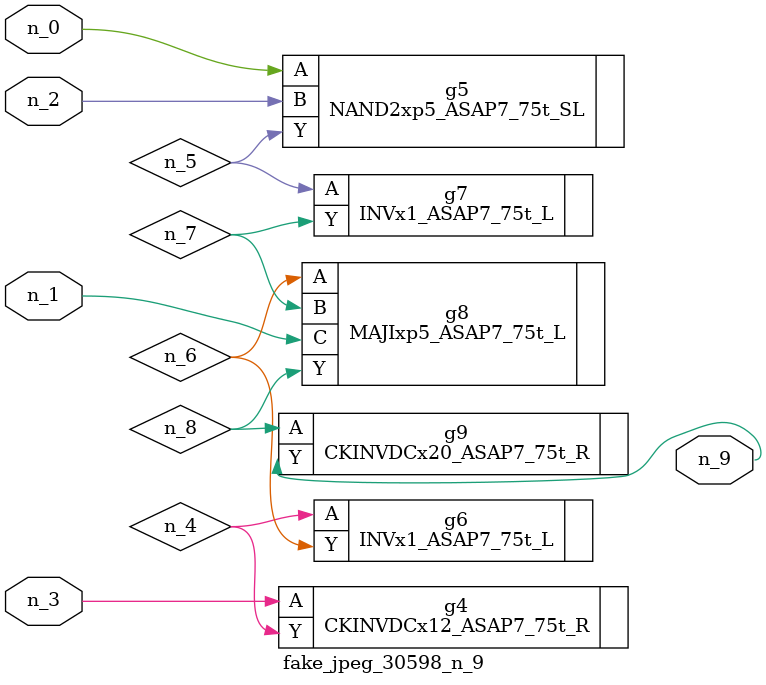
<source format=v>
module fake_jpeg_30598_n_9 (n_0, n_3, n_2, n_1, n_9);

input n_0;
input n_3;
input n_2;
input n_1;

output n_9;

wire n_4;
wire n_8;
wire n_6;
wire n_5;
wire n_7;

CKINVDCx12_ASAP7_75t_R g4 ( 
.A(n_3),
.Y(n_4)
);

NAND2xp5_ASAP7_75t_SL g5 ( 
.A(n_0),
.B(n_2),
.Y(n_5)
);

INVx1_ASAP7_75t_L g6 ( 
.A(n_4),
.Y(n_6)
);

MAJIxp5_ASAP7_75t_L g8 ( 
.A(n_6),
.B(n_7),
.C(n_1),
.Y(n_8)
);

INVx1_ASAP7_75t_L g7 ( 
.A(n_5),
.Y(n_7)
);

CKINVDCx20_ASAP7_75t_R g9 ( 
.A(n_8),
.Y(n_9)
);


endmodule
</source>
